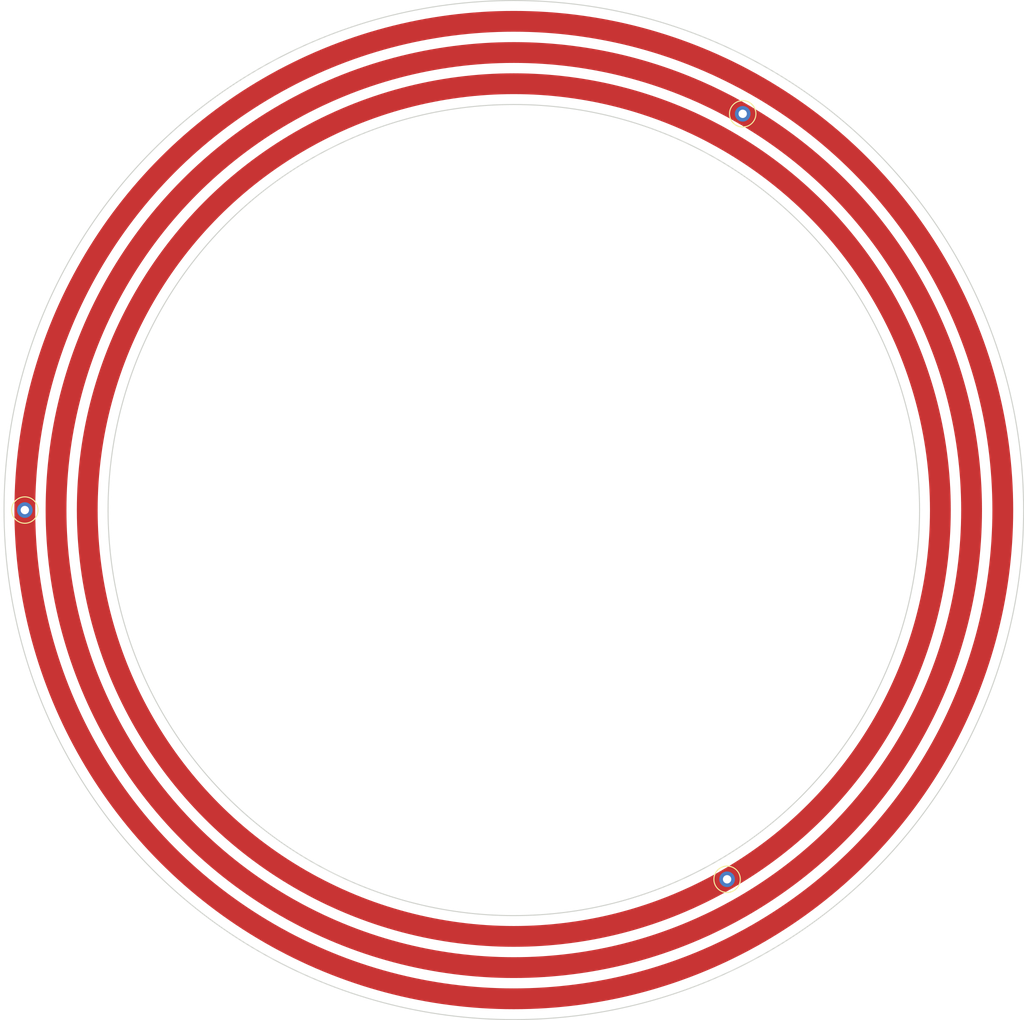
<source format=kicad_pcb>
(kicad_pcb (version 20221018) (generator pcbnew)
  (layers (0 "F.Cu" signal) (31 "B.Cu" signal) (34 "B.Paste" user) (35 "F.Paste" user) (36 "B.SilkS" user "B.Silkscreen") (37 "F.SilkS" user "F.Silkscreen") (38 "B.Mask" user) (39 "F.Mask" user) (44 "Edge.Cuts" user))
  (net 0 "")
  (footprint "my_small_pad:my_small_pad" (layer "F.Cu") (at 70.5 85.507)
    (fp_text reference "J103" hide)
    (fp_text value "PWM2-")
    (fp_circle (center 0 0) (end 0 -1.27) (stroke (width 0.1)) (fill none) (layer "F.SilkS"))
    (pad "1" thru_hole circle (at 0 0) (size 1.5 1.5) (drill 0.8) (layers "*.Cu" "*.Mask"))
  )
  (footprint "my_small_pad:my_small_pad" (layer "F.Cu") (at 72 11.895)
    (fp_text reference "J102" hide)
    (fp_text value "PWM1-")
    (fp_circle (center 0 0) (end 0 -1.27) (stroke (width 0.1)) (fill none) (layer "F.SilkS"))
    (pad "1" thru_hole circle (at 0 0) (size 1.5 1.5) (drill 0.8) (layers "*.Cu" "*.Mask"))
  )
  (footprint "my_small_pad:my_small_pad" (layer "F.Cu") (at 3 50)
    (fp_text reference "J101" hide)
    (fp_text value "PWM+")
    (fp_circle (center 0 0) (end 0 -1.27) (stroke (width 0.1)) (fill none) (layer "F.SilkS"))
    (pad "1" thru_hole circle (at 0 0) (size 1.5 1.5) (drill 0.8) (layers "*.Cu" "*.Mask"))
  )
  (gr_circle (center 50 50) (end 91 50) (stroke (width 2)) (fill none) (layer "F.Cu"))
  (gr_circle (center 50 50) (end 97 50) (stroke (width 2)) (fill none) (layer "F.Cu"))
  (gr_circle (center 50 50) (end 94 50) (stroke (width 2)) (fill none) (layer "F.Cu"))
  (gr_circle (center 50 50) (end 99 50) (stroke (width 0.1)) (fill none) (layer "Edge.Cuts"))
  (gr_circle (center 50 50) (end 89 50) (stroke (width 0.1)) (fill none) (layer "Edge.Cuts"))
)
</source>
